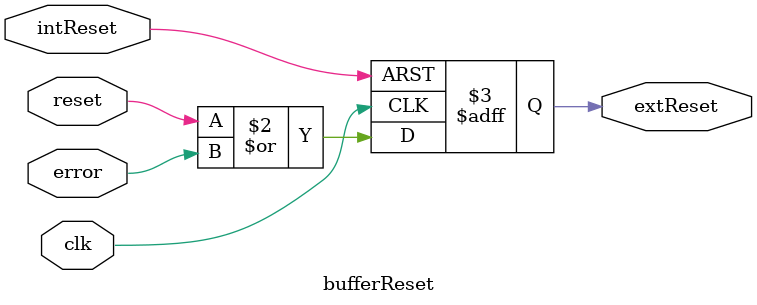
<source format=v>
module bufferReset(
	input clk,
	input reset,
	input error,
	input intReset,
	output reg extReset);
	
	always @ (posedge clk or posedge intReset) begin
		if (intReset)
			extReset = 0;
		else
			extReset = (reset | error);
	end
	
endmodule

</source>
